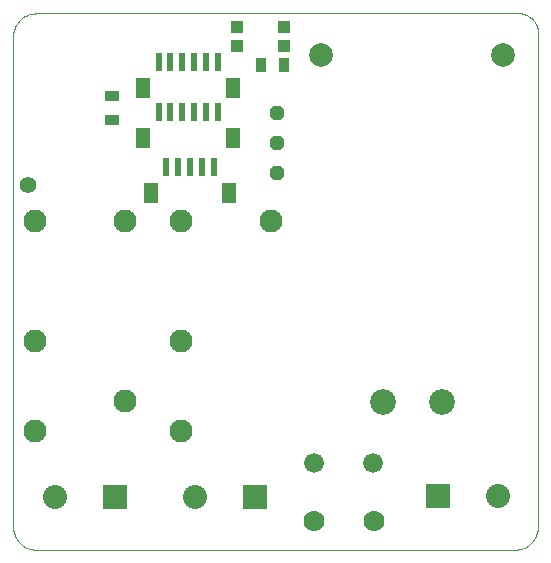
<source format=gts>
G75*
%MOIN*%
%OFA0B0*%
%FSLAX24Y24*%
%IPPOS*%
%LPD*%
%AMOC8*
5,1,8,0,0,1.08239X$1,22.5*
%
%ADD10C,0.0000*%
%ADD11C,0.0787*%
%ADD12C,0.0860*%
%ADD13R,0.0512X0.0355*%
%ADD14C,0.0660*%
%ADD15C,0.0700*%
%ADD16C,0.0768*%
%ADD17OC8,0.0480*%
%ADD18R,0.0800X0.0800*%
%ADD19C,0.0800*%
%ADD20R,0.0236X0.0610*%
%ADD21R,0.0472X0.0709*%
%ADD22R,0.0355X0.0512*%
%ADD23R,0.0394X0.0394*%
%ADD24C,0.0560*%
D10*
X004460Y000900D02*
X004460Y017270D01*
X004462Y017324D01*
X004468Y017377D01*
X004477Y017429D01*
X004490Y017481D01*
X004507Y017532D01*
X004528Y017582D01*
X004552Y017629D01*
X004579Y017675D01*
X004610Y017719D01*
X004643Y017761D01*
X004680Y017800D01*
X004719Y017837D01*
X004761Y017870D01*
X004805Y017901D01*
X004851Y017928D01*
X004898Y017952D01*
X004948Y017973D01*
X004999Y017990D01*
X005051Y018003D01*
X005103Y018012D01*
X005156Y018018D01*
X005210Y018020D01*
X021202Y018020D01*
X021251Y018026D01*
X021300Y018028D01*
X021349Y018026D01*
X021398Y018021D01*
X021446Y018012D01*
X021494Y017999D01*
X021541Y017983D01*
X021586Y017964D01*
X021629Y017941D01*
X021671Y017915D01*
X021711Y017886D01*
X021748Y017854D01*
X021783Y017819D01*
X021815Y017782D01*
X021845Y017742D01*
X021871Y017701D01*
X021894Y017657D01*
X021914Y017612D01*
X021930Y017566D01*
X021943Y017518D01*
X021952Y017470D01*
X021952Y000900D01*
X021950Y000846D01*
X021944Y000793D01*
X021935Y000741D01*
X021922Y000689D01*
X021905Y000638D01*
X021884Y000588D01*
X021860Y000541D01*
X021833Y000495D01*
X021802Y000451D01*
X021769Y000409D01*
X021732Y000370D01*
X021693Y000333D01*
X021651Y000300D01*
X021607Y000269D01*
X021561Y000242D01*
X021514Y000218D01*
X021464Y000197D01*
X021413Y000180D01*
X021361Y000167D01*
X021309Y000158D01*
X021256Y000152D01*
X021202Y000150D01*
X005210Y000150D01*
X005156Y000152D01*
X005103Y000158D01*
X005051Y000167D01*
X004999Y000180D01*
X004948Y000197D01*
X004898Y000218D01*
X004851Y000242D01*
X004805Y000269D01*
X004761Y000300D01*
X004719Y000333D01*
X004680Y000370D01*
X004643Y000409D01*
X004610Y000451D01*
X004579Y000495D01*
X004552Y000541D01*
X004528Y000588D01*
X004507Y000638D01*
X004490Y000689D01*
X004477Y000741D01*
X004468Y000793D01*
X004462Y000846D01*
X004460Y000900D01*
D11*
X014728Y016637D03*
X020791Y016637D03*
D12*
X018744Y005063D03*
X016775Y005063D03*
D13*
X007740Y014476D03*
X007740Y015264D03*
D14*
X014475Y003050D03*
X016444Y003050D03*
D15*
X016480Y001100D03*
X014480Y001100D03*
D16*
X010050Y004100D03*
X008200Y005100D03*
X010050Y007100D03*
X010050Y011100D03*
X008200Y011100D03*
X005200Y011100D03*
X005200Y007100D03*
X005200Y004100D03*
X013050Y011100D03*
D17*
X013260Y012700D03*
X013260Y013700D03*
X013260Y014700D03*
D18*
X012510Y001900D03*
X007860Y001900D03*
X018610Y001950D03*
D19*
X020610Y001950D03*
X010510Y001900D03*
X005860Y001900D03*
D20*
X009572Y012900D03*
X009966Y012900D03*
X010360Y012900D03*
X010753Y012900D03*
X011147Y012900D03*
X011278Y014750D03*
X010884Y014750D03*
X010491Y014750D03*
X010097Y014750D03*
X009703Y014750D03*
X009310Y014750D03*
X009310Y016400D03*
X009703Y016400D03*
X010097Y016400D03*
X010491Y016400D03*
X010884Y016400D03*
X011278Y016400D03*
D21*
X011790Y015524D03*
X011790Y013874D03*
X011659Y012024D03*
X009060Y012024D03*
X008798Y013874D03*
X008798Y015524D03*
D22*
X012716Y016300D03*
X013503Y016300D03*
D23*
X013497Y016935D03*
X013497Y017565D03*
X011922Y017565D03*
X011922Y016935D03*
D24*
X004960Y012300D03*
M02*

</source>
